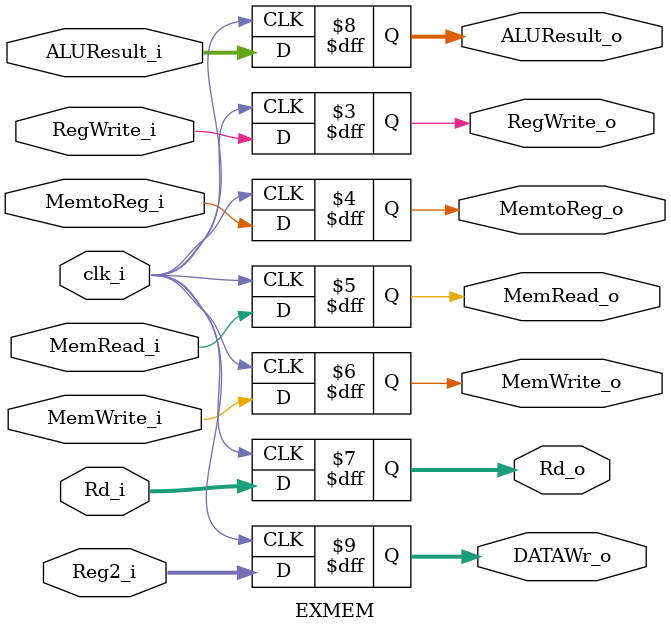
<source format=v>
module EXMEM
(
    clk_i, 
    RegWrite_i,
    MemtoReg_i,
    MemRead_i,
    MemWrite_i,
    Rd_i,
    ALUResult_i,
    Reg2_i,
    RegWrite_o,
    MemtoReg_o,
    MemRead_o,
    MemWrite_o,
    Rd_o,
    ALUResult_o,
    DATAWr_o,
);

input           clk_i;
input           RegWrite_i, MemtoReg_i, MemRead_i, MemWrite_i;
input   [4:0]   Rd_i;
input   [31:0]  ALUResult_i, Reg2_i;

output           RegWrite_o, MemtoReg_o, MemRead_o, MemWrite_o;
output   [4:0]   Rd_o;
output   [31:0]  ALUResult_o , DATAWr_o;

reg              RegWrite_o, MemtoReg_o, MemRead_o, MemWrite_o;
reg      [4:0]   Rd_o;
reg      [31:0]  ALUResult_o , DATAWr_o;

initial begin
    RegWrite_o = 1'b0;
    MemtoReg_o = 1'b0;
    MemRead_o = 1'b0;
    MemWrite_o = 1'b0;
    Rd_o = 5'b0;
    ALUResult_o = 32'b0;
    DATAWr_o = 32'b0;
end

always@(posedge clk_i) begin
    RegWrite_o <= RegWrite_i;
    MemtoReg_o <= MemtoReg_i;
    MemRead_o <= MemRead_i;
    MemWrite_o <= MemWrite_i;
    Rd_o <= Rd_i;
    ALUResult_o <= ALUResult_i;
    DATAWr_o <= Reg2_i;
end

endmodule

</source>
